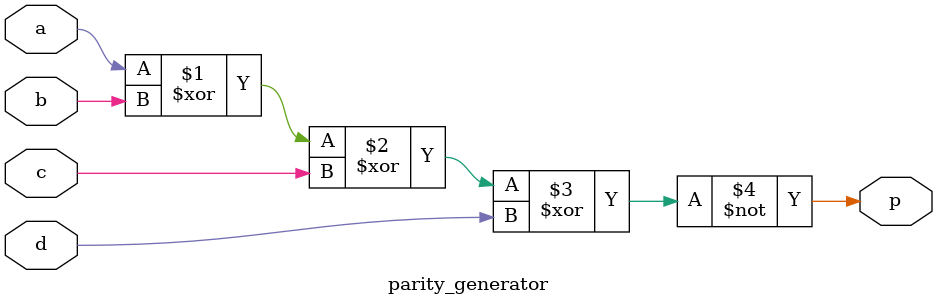
<source format=v>
`timescale 1ns / 1ps
module parity_generator(
    input a,b,c,d,
    output p
    );
assign p=~(a^b^c^d);
endmodule

</source>
